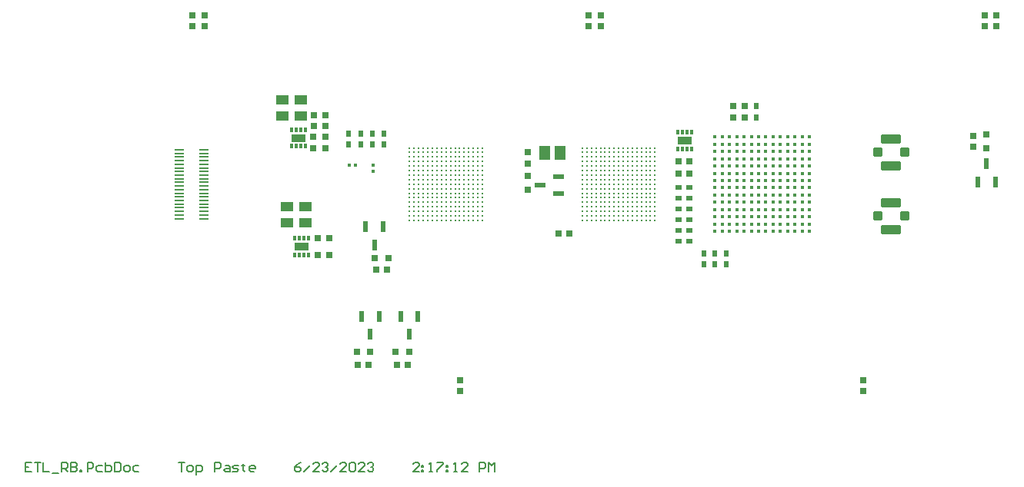
<source format=gtp>
G04*
G04 #@! TF.GenerationSoftware,Altium Limited,Altium Designer,23.6.0 (18)*
G04*
G04 Layer_Color=8421504*
%FSLAX43Y43*%
%MOMM*%
G71*
G04*
G04 #@! TF.SameCoordinates,9618B176-DC57-4C31-A2D1-5874A38502C8*
G04*
G04*
G04 #@! TF.FilePolarity,Positive*
G04*
G01*
G75*
%ADD11C,0.200*%
%ADD17R,0.600X1.250*%
G04:AMPARAMS|DCode=18|XSize=1mm|YSize=1mm|CornerRadius=0.125mm|HoleSize=0mm|Usage=FLASHONLY|Rotation=270.000|XOffset=0mm|YOffset=0mm|HoleType=Round|Shape=RoundedRectangle|*
%AMROUNDEDRECTD18*
21,1,1.000,0.750,0,0,270.0*
21,1,0.750,1.000,0,0,270.0*
1,1,0.250,-0.375,-0.375*
1,1,0.250,-0.375,0.375*
1,1,0.250,0.375,0.375*
1,1,0.250,0.375,-0.375*
%
%ADD18ROUNDEDRECTD18*%
G04:AMPARAMS|DCode=19|XSize=1.05mm|YSize=2.2mm|CornerRadius=0.131mm|HoleSize=0mm|Usage=FLASHONLY|Rotation=270.000|XOffset=0mm|YOffset=0mm|HoleType=Round|Shape=RoundedRectangle|*
%AMROUNDEDRECTD19*
21,1,1.050,1.938,0,0,270.0*
21,1,0.788,2.200,0,0,270.0*
1,1,0.263,-0.969,-0.394*
1,1,0.263,-0.969,0.394*
1,1,0.263,0.969,0.394*
1,1,0.263,0.969,-0.394*
%
%ADD19ROUNDEDRECTD19*%
%ADD20R,1.300X1.500*%
%ADD21R,0.800X0.600*%
%ADD22R,0.600X0.800*%
%ADD23R,0.700X0.800*%
%ADD24R,0.800X0.800*%
%ADD25C,0.400*%
%ADD26R,0.800X0.700*%
%ADD27R,1.120X0.200*%
%ADD28R,0.300X0.500*%
%ADD29R,1.600X0.900*%
%ADD30C,0.270*%
%ADD31R,1.350X1.100*%
%ADD32R,0.400X0.350*%
%ADD33R,0.800X0.800*%
%ADD34R,1.250X0.600*%
%ADD35R,0.350X0.400*%
D11*
X10366Y-30667D02*
X9700D01*
Y-31667D01*
X10366D01*
X9700Y-31167D02*
X10033D01*
X10700Y-30667D02*
X11366D01*
X11033D01*
Y-31667D01*
X11699Y-30667D02*
Y-31667D01*
X12366D01*
X12699Y-31833D02*
X13365D01*
X13699Y-31667D02*
Y-30667D01*
X14199D01*
X14365Y-30834D01*
Y-31167D01*
X14199Y-31334D01*
X13699D01*
X14032D02*
X14365Y-31667D01*
X14698Y-30667D02*
Y-31667D01*
X15198D01*
X15365Y-31500D01*
Y-31334D01*
X15198Y-31167D01*
X14698D01*
X15198D01*
X15365Y-31000D01*
Y-30834D01*
X15198Y-30667D01*
X14698D01*
X15698Y-31667D02*
Y-31500D01*
X15865D01*
Y-31667D01*
X15698D01*
X16531D02*
Y-30667D01*
X17031D01*
X17198Y-30834D01*
Y-31167D01*
X17031Y-31334D01*
X16531D01*
X18197Y-31000D02*
X17697D01*
X17531Y-31167D01*
Y-31500D01*
X17697Y-31667D01*
X18197D01*
X18530Y-30667D02*
Y-31667D01*
X19030D01*
X19197Y-31500D01*
Y-31334D01*
Y-31167D01*
X19030Y-31000D01*
X18530D01*
X19530Y-30667D02*
Y-31667D01*
X20030D01*
X20197Y-31500D01*
Y-30834D01*
X20030Y-30667D01*
X19530D01*
X20696Y-31667D02*
X21030D01*
X21196Y-31500D01*
Y-31167D01*
X21030Y-31000D01*
X20696D01*
X20530Y-31167D01*
Y-31500D01*
X20696Y-31667D01*
X22196Y-31000D02*
X21696D01*
X21530Y-31167D01*
Y-31500D01*
X21696Y-31667D01*
X22196D01*
X26528Y-30667D02*
X27194D01*
X26861D01*
Y-31667D01*
X27694D02*
X28027D01*
X28194Y-31500D01*
Y-31167D01*
X28027Y-31000D01*
X27694D01*
X27528Y-31167D01*
Y-31500D01*
X27694Y-31667D01*
X28527Y-32000D02*
Y-31000D01*
X29027D01*
X29194Y-31167D01*
Y-31500D01*
X29027Y-31667D01*
X28527D01*
X30527D02*
Y-30667D01*
X31026D01*
X31193Y-30834D01*
Y-31167D01*
X31026Y-31334D01*
X30527D01*
X31693Y-31000D02*
X32026D01*
X32193Y-31167D01*
Y-31667D01*
X31693D01*
X31526Y-31500D01*
X31693Y-31334D01*
X32193D01*
X32526Y-31667D02*
X33026D01*
X33192Y-31500D01*
X33026Y-31334D01*
X32693D01*
X32526Y-31167D01*
X32693Y-31000D01*
X33192D01*
X33692Y-30834D02*
Y-31000D01*
X33526D01*
X33859D01*
X33692D01*
Y-31500D01*
X33859Y-31667D01*
X34859D02*
X34525D01*
X34359Y-31500D01*
Y-31167D01*
X34525Y-31000D01*
X34859D01*
X35025Y-31167D01*
Y-31334D01*
X34359D01*
X40024Y-30667D02*
X39690Y-30834D01*
X39357Y-31167D01*
Y-31500D01*
X39524Y-31667D01*
X39857D01*
X40024Y-31500D01*
Y-31334D01*
X39857Y-31167D01*
X39357D01*
X40357Y-31667D02*
X41023Y-31000D01*
X42023Y-31667D02*
X41356D01*
X42023Y-31000D01*
Y-30834D01*
X41856Y-30667D01*
X41523D01*
X41356Y-30834D01*
X42356D02*
X42523Y-30667D01*
X42856D01*
X43023Y-30834D01*
Y-31000D01*
X42856Y-31167D01*
X42689D01*
X42856D01*
X43023Y-31334D01*
Y-31500D01*
X42856Y-31667D01*
X42523D01*
X42356Y-31500D01*
X43356Y-31667D02*
X44022Y-31000D01*
X45022Y-31667D02*
X44355D01*
X45022Y-31000D01*
Y-30834D01*
X44855Y-30667D01*
X44522D01*
X44355Y-30834D01*
X45355D02*
X45522Y-30667D01*
X45855D01*
X46022Y-30834D01*
Y-31500D01*
X45855Y-31667D01*
X45522D01*
X45355Y-31500D01*
Y-30834D01*
X47021Y-31667D02*
X46355D01*
X47021Y-31000D01*
Y-30834D01*
X46855Y-30667D01*
X46521D01*
X46355Y-30834D01*
X47355D02*
X47521Y-30667D01*
X47854D01*
X48021Y-30834D01*
Y-31000D01*
X47854Y-31167D01*
X47688D01*
X47854D01*
X48021Y-31334D01*
Y-31500D01*
X47854Y-31667D01*
X47521D01*
X47355Y-31500D01*
X53019Y-31667D02*
X52353D01*
X53019Y-31000D01*
Y-30834D01*
X52853Y-30667D01*
X52520D01*
X52353Y-30834D01*
X53353Y-31000D02*
X53519D01*
Y-31167D01*
X53353D01*
Y-31000D01*
Y-31500D02*
X53519D01*
Y-31667D01*
X53353D01*
Y-31500D01*
X54186Y-31667D02*
X54519D01*
X54352D01*
Y-30667D01*
X54186Y-30834D01*
X55019Y-30667D02*
X55685D01*
Y-30834D01*
X55019Y-31500D01*
Y-31667D01*
X56018Y-31000D02*
X56185D01*
Y-31167D01*
X56018D01*
Y-31000D01*
Y-31500D02*
X56185D01*
Y-31667D01*
X56018D01*
Y-31500D01*
X56851Y-31667D02*
X57185D01*
X57018D01*
Y-30667D01*
X56851Y-30834D01*
X58351Y-31667D02*
X57685D01*
X58351Y-31000D01*
Y-30834D01*
X58184Y-30667D01*
X57851D01*
X57685Y-30834D01*
X59684Y-31667D02*
Y-30667D01*
X60184D01*
X60350Y-30834D01*
Y-31167D01*
X60184Y-31334D01*
X59684D01*
X60684Y-31667D02*
Y-30667D01*
X61017Y-31000D01*
X61350Y-30667D01*
Y-31667D01*
D17*
X116450Y250D02*
D03*
X115500Y2250D02*
D03*
X114550Y250D02*
D03*
X47168Y-4700D02*
D03*
X49068D02*
D03*
X48118Y-6700D02*
D03*
X51950Y-16550D02*
D03*
X47675Y-16550D02*
D03*
X52900Y-14550D02*
D03*
X48625Y-14550D02*
D03*
X51000Y-14550D02*
D03*
X46725Y-14550D02*
D03*
D18*
X103500Y3500D02*
D03*
X106500D02*
D03*
X103500Y-3500D02*
D03*
X106500D02*
D03*
D19*
X105000Y2025D02*
D03*
Y4975D02*
D03*
Y-4975D02*
D03*
Y-2025D02*
D03*
D20*
X68566Y3429D02*
D03*
X66866D02*
D03*
D21*
X81600Y-1525D02*
D03*
X82800D02*
D03*
Y-5125D02*
D03*
X81600D02*
D03*
X82800Y-6325D02*
D03*
X81600D02*
D03*
X82800Y-3925D02*
D03*
X81600Y-325D02*
D03*
Y-2725D02*
D03*
X81600Y-3925D02*
D03*
X82800Y-325D02*
D03*
Y-2725D02*
D03*
D22*
X85600Y-8800D02*
D03*
Y-7600D02*
D03*
X86800D02*
D03*
Y-8800D02*
D03*
X90125Y8575D02*
D03*
X84400Y-8825D02*
D03*
Y-7625D02*
D03*
X90125Y7375D02*
D03*
X45300Y5600D02*
D03*
X46600D02*
D03*
X47900D02*
D03*
X49200D02*
D03*
X45300Y4400D02*
D03*
X46600D02*
D03*
X47900D02*
D03*
X49200D02*
D03*
D23*
X71700Y18600D02*
D03*
Y17400D02*
D03*
X73000Y18600D02*
D03*
Y17400D02*
D03*
X29400Y18600D02*
D03*
Y17400D02*
D03*
X28100Y18600D02*
D03*
Y17400D02*
D03*
X115300Y18600D02*
D03*
Y17400D02*
D03*
X116600Y18600D02*
D03*
Y17400D02*
D03*
X57545Y-22820D02*
D03*
Y-21620D02*
D03*
X101950Y-21625D02*
D03*
X114000Y5350D02*
D03*
X87575Y7375D02*
D03*
X88875D02*
D03*
X42700Y5200D02*
D03*
X41500Y7600D02*
D03*
Y6400D02*
D03*
X42700D02*
D03*
X64973Y2296D02*
D03*
X41400Y4000D02*
D03*
X42700Y4000D02*
D03*
X64973Y3496D02*
D03*
X87575Y8575D02*
D03*
X114000Y4150D02*
D03*
X41400Y5200D02*
D03*
X88875Y8575D02*
D03*
X42700Y7600D02*
D03*
X101950Y-22825D02*
D03*
D24*
X46175Y-18500D02*
D03*
X47675D02*
D03*
X51950D02*
D03*
X50450D02*
D03*
X48150Y-8175D02*
D03*
X49650D02*
D03*
D25*
X85600Y-2000D02*
D03*
X92000Y-5200D02*
D03*
X92800D02*
D03*
X93600D02*
D03*
X94400D02*
D03*
X95200D02*
D03*
X96000D02*
D03*
X92000Y-4400D02*
D03*
X92800D02*
D03*
X93600D02*
D03*
X94400D02*
D03*
X92000Y-3600D02*
D03*
X92800D02*
D03*
X93600D02*
D03*
X94400D02*
D03*
X96000Y-1200D02*
D03*
X94400Y-400D02*
D03*
X95200D02*
D03*
X96000D02*
D03*
X94400Y400D02*
D03*
X95200D02*
D03*
X96000D02*
D03*
X85600Y1200D02*
D03*
X94400D02*
D03*
X95200D02*
D03*
X96000D02*
D03*
X85600Y2000D02*
D03*
X86400D02*
D03*
X87200D02*
D03*
X94400D02*
D03*
X95200D02*
D03*
X96000D02*
D03*
X85600Y2800D02*
D03*
X86400D02*
D03*
X89600D02*
D03*
X90400D02*
D03*
X91200D02*
D03*
X94400D02*
D03*
X95200D02*
D03*
X85600Y3600D02*
D03*
X86400D02*
D03*
X87200D02*
D03*
X88000D02*
D03*
X88800D02*
D03*
X89600D02*
D03*
X90400D02*
D03*
X91200D02*
D03*
X92000D02*
D03*
X92800D02*
D03*
X93600D02*
D03*
X94400D02*
D03*
X95200D02*
D03*
X96000D02*
D03*
X85600Y4400D02*
D03*
X86400D02*
D03*
X87200D02*
D03*
X88000D02*
D03*
X88800D02*
D03*
X89600D02*
D03*
X90400D02*
D03*
X91200D02*
D03*
X92000D02*
D03*
X93600D02*
D03*
X94400D02*
D03*
X96000D02*
D03*
X85600Y5200D02*
D03*
X86400D02*
D03*
X87200D02*
D03*
X88000D02*
D03*
X88800D02*
D03*
X89600D02*
D03*
X90400D02*
D03*
X91200D02*
D03*
X92000D02*
D03*
X93600D02*
D03*
X94400D02*
D03*
X96000D02*
D03*
X89600Y400D02*
D03*
X88800D02*
D03*
X89600Y-400D02*
D03*
X88800D02*
D03*
X89600Y-1200D02*
D03*
X88800D02*
D03*
X89600Y-2000D02*
D03*
X88800D02*
D03*
X89600Y-2800D02*
D03*
X88800D02*
D03*
X88000Y-3600D02*
D03*
X92000Y-400D02*
D03*
X91200D02*
D03*
X90400D02*
D03*
X93600Y-1200D02*
D03*
X92800D02*
D03*
X92000D02*
D03*
X91200D02*
D03*
X90400D02*
D03*
X93600Y-2000D02*
D03*
X92800D02*
D03*
X92000D02*
D03*
X91200D02*
D03*
X90400D02*
D03*
X93600Y-2800D02*
D03*
X92800D02*
D03*
X92000D02*
D03*
X91200D02*
D03*
X90400D02*
D03*
X87200Y-5200D02*
D03*
X93600Y2800D02*
D03*
X92800D02*
D03*
X92000D02*
D03*
X88800D02*
D03*
X88000D02*
D03*
X93600Y2000D02*
D03*
X92800D02*
D03*
X92000D02*
D03*
X91200D02*
D03*
X90400D02*
D03*
X89600D02*
D03*
X88800D02*
D03*
X88000D02*
D03*
X93600Y1200D02*
D03*
X92800D02*
D03*
X92000D02*
D03*
X91200D02*
D03*
X90400D02*
D03*
X89600D02*
D03*
X88800D02*
D03*
X88000D02*
D03*
X93600Y400D02*
D03*
X92800D02*
D03*
X92000D02*
D03*
X91200D02*
D03*
X90400D02*
D03*
X88000D02*
D03*
X93600Y-400D02*
D03*
X92800D02*
D03*
X88000D02*
D03*
Y-1200D02*
D03*
Y-2000D02*
D03*
Y-2800D02*
D03*
X91200Y-3600D02*
D03*
X90400D02*
D03*
X89600D02*
D03*
X88800D02*
D03*
X91200Y-4400D02*
D03*
X90400D02*
D03*
X87200D02*
D03*
X91200Y-5200D02*
D03*
X90400D02*
D03*
X88000Y-4400D02*
D03*
Y-5200D02*
D03*
X88800Y-4400D02*
D03*
X89600D02*
D03*
X88800Y-5200D02*
D03*
X89600D02*
D03*
X96000Y-2000D02*
D03*
X95200Y-2800D02*
D03*
Y-4400D02*
D03*
Y4400D02*
D03*
X92800D02*
D03*
X95200Y5200D02*
D03*
X92800D02*
D03*
X96000Y-4400D02*
D03*
X87200Y2800D02*
D03*
X86400Y-5200D02*
D03*
X85600D02*
D03*
X86400Y-4400D02*
D03*
X85600D02*
D03*
X87200Y-3600D02*
D03*
X86400D02*
D03*
X85600D02*
D03*
X87200Y-2800D02*
D03*
X86400D02*
D03*
X85600D02*
D03*
X87200Y-2000D02*
D03*
X86400D02*
D03*
X87200Y-1200D02*
D03*
X86400D02*
D03*
X85600D02*
D03*
X87200Y-400D02*
D03*
X86400D02*
D03*
X85600D02*
D03*
X87200Y400D02*
D03*
X86400D02*
D03*
X85600D02*
D03*
X87200Y1200D02*
D03*
X86400D02*
D03*
X95200Y-3600D02*
D03*
X96000D02*
D03*
X94400Y-2800D02*
D03*
X96000D02*
D03*
X94400Y-2000D02*
D03*
X95200D02*
D03*
X94400Y-1200D02*
D03*
X95200D02*
D03*
X96000Y2800D02*
D03*
D26*
X68350Y-5475D02*
D03*
X69550D02*
D03*
X50581Y-19939D02*
D03*
X46263D02*
D03*
X41925Y-5975D02*
D03*
X49500Y-9400D02*
D03*
X41925Y-7775D02*
D03*
X81600Y2500D02*
D03*
X81600Y1200D02*
D03*
X48300Y-9400D02*
D03*
X51781Y-19939D02*
D03*
X47463D02*
D03*
X82800Y1200D02*
D03*
X43125Y-7775D02*
D03*
Y-5975D02*
D03*
X82800Y2500D02*
D03*
D27*
X26670Y-3800D02*
D03*
Y-200D02*
D03*
Y200D02*
D03*
X29330Y1000D02*
D03*
X26670D02*
D03*
X29330Y1400D02*
D03*
X26670D02*
D03*
X29330Y2200D02*
D03*
Y2600D02*
D03*
X26670Y3800D02*
D03*
Y3400D02*
D03*
X29330Y-3400D02*
D03*
Y-3800D02*
D03*
Y3800D02*
D03*
Y3400D02*
D03*
X26670Y3000D02*
D03*
X29330D02*
D03*
X26670Y2600D02*
D03*
Y1800D02*
D03*
X29330D02*
D03*
X26670Y600D02*
D03*
X29330D02*
D03*
X26670Y-600D02*
D03*
X29330D02*
D03*
X26670Y-1800D02*
D03*
X29330D02*
D03*
X26670Y-3000D02*
D03*
X29330D02*
D03*
X26670Y-1000D02*
D03*
Y-1400D02*
D03*
Y-2200D02*
D03*
Y-2600D02*
D03*
Y2200D02*
D03*
X29330Y-1000D02*
D03*
Y-1400D02*
D03*
Y-2200D02*
D03*
Y-2600D02*
D03*
Y-200D02*
D03*
Y200D02*
D03*
X26670Y-3400D02*
D03*
D28*
X40325Y-7775D02*
D03*
X39825D02*
D03*
X40325Y-5975D02*
D03*
X39325Y-7775D02*
D03*
X40825D02*
D03*
Y-5975D02*
D03*
X39825D02*
D03*
X39325D02*
D03*
X39000Y6000D02*
D03*
X39500D02*
D03*
X40500D02*
D03*
Y4200D02*
D03*
X81500Y3900D02*
D03*
Y5700D02*
D03*
X39000Y4200D02*
D03*
X83000Y5700D02*
D03*
X40000Y6000D02*
D03*
X82000Y3900D02*
D03*
X83000D02*
D03*
X82500D02*
D03*
Y5700D02*
D03*
X82000D02*
D03*
X39500Y4200D02*
D03*
X40000D02*
D03*
D29*
X40075Y-6875D02*
D03*
X39750Y5100D02*
D03*
X82250Y4800D02*
D03*
D30*
X75500Y-500D02*
D03*
Y0D02*
D03*
X72500Y-1000D02*
D03*
Y-500D02*
D03*
Y0D02*
D03*
Y500D02*
D03*
X71500Y2500D02*
D03*
X79000Y-4000D02*
D03*
X78500D02*
D03*
X78000D02*
D03*
X77500D02*
D03*
X76500D02*
D03*
X75500D02*
D03*
X75000D02*
D03*
X74500D02*
D03*
X73500D02*
D03*
X72500D02*
D03*
X71000D02*
D03*
X79000Y-3500D02*
D03*
X78500D02*
D03*
X78000D02*
D03*
X77500D02*
D03*
X76500D02*
D03*
X75500D02*
D03*
X75000D02*
D03*
X74500D02*
D03*
X73500D02*
D03*
X72500D02*
D03*
X71500D02*
D03*
X71000D02*
D03*
X79000Y-3000D02*
D03*
X78500D02*
D03*
X78000D02*
D03*
X77500D02*
D03*
X77000D02*
D03*
X76500D02*
D03*
X76000D02*
D03*
X75500D02*
D03*
X75000D02*
D03*
X74500D02*
D03*
X74000D02*
D03*
X73500D02*
D03*
X73000D02*
D03*
X72500D02*
D03*
X72000D02*
D03*
X78000Y-2500D02*
D03*
X77500D02*
D03*
X77000D02*
D03*
X76500D02*
D03*
X76000D02*
D03*
X75500D02*
D03*
X75000D02*
D03*
X74500D02*
D03*
X74000D02*
D03*
X73500D02*
D03*
X73000D02*
D03*
X72500D02*
D03*
X79000Y-2000D02*
D03*
X78500D02*
D03*
X78000D02*
D03*
X77500D02*
D03*
X77000D02*
D03*
X76500D02*
D03*
X76000D02*
D03*
X75500D02*
D03*
X75000D02*
D03*
X74500D02*
D03*
X74000D02*
D03*
X73500D02*
D03*
X73000D02*
D03*
X72500D02*
D03*
X78000Y-1500D02*
D03*
X77500D02*
D03*
X76000D02*
D03*
X75500D02*
D03*
X75000D02*
D03*
X74500D02*
D03*
X74000D02*
D03*
X73500D02*
D03*
X73000D02*
D03*
X72500D02*
D03*
X71000D02*
D03*
X79000Y-1000D02*
D03*
X78500D02*
D03*
X78000D02*
D03*
X77500D02*
D03*
X75000D02*
D03*
X74500D02*
D03*
X74000D02*
D03*
X73500D02*
D03*
X73000D02*
D03*
X71000D02*
D03*
X79000Y-500D02*
D03*
X78500D02*
D03*
X78000D02*
D03*
X77500D02*
D03*
X79000Y0D02*
D03*
X78500D02*
D03*
X78000D02*
D03*
X77500D02*
D03*
X78000Y500D02*
D03*
X77500D02*
D03*
X79000Y1000D02*
D03*
X78500D02*
D03*
X78000D02*
D03*
X77500D02*
D03*
X78000Y1500D02*
D03*
X77500D02*
D03*
X77000D02*
D03*
X76500D02*
D03*
X76000D02*
D03*
X75500D02*
D03*
X74000D02*
D03*
X73500D02*
D03*
X73000D02*
D03*
X79000Y2000D02*
D03*
X78500D02*
D03*
X78000D02*
D03*
X77500D02*
D03*
X77000D02*
D03*
X76500D02*
D03*
X76000D02*
D03*
X75500D02*
D03*
X74000D02*
D03*
X73500D02*
D03*
X73000D02*
D03*
X71000D02*
D03*
X79000Y2500D02*
D03*
X78500D02*
D03*
X78000D02*
D03*
X77500D02*
D03*
X77000D02*
D03*
X76500D02*
D03*
X76000D02*
D03*
X75500D02*
D03*
X75000D02*
D03*
X74500D02*
D03*
X74000D02*
D03*
X73500D02*
D03*
X73000D02*
D03*
X72500D02*
D03*
X71000D02*
D03*
X79000Y3000D02*
D03*
X78500D02*
D03*
X78000D02*
D03*
X77500D02*
D03*
X77000D02*
D03*
X76500D02*
D03*
X76000D02*
D03*
X75500D02*
D03*
X75000D02*
D03*
X74500D02*
D03*
X74000D02*
D03*
X73500D02*
D03*
X73000D02*
D03*
X72500D02*
D03*
X72000D02*
D03*
X71500D02*
D03*
X71000D02*
D03*
X79000Y3500D02*
D03*
X78500D02*
D03*
X78000D02*
D03*
X77000D02*
D03*
X76000D02*
D03*
X75000D02*
D03*
X74000D02*
D03*
X73500D02*
D03*
X73000D02*
D03*
X72500D02*
D03*
X72000D02*
D03*
X79000Y4000D02*
D03*
X78500D02*
D03*
X78000D02*
D03*
X77000D02*
D03*
X76000D02*
D03*
X75000D02*
D03*
X74000D02*
D03*
X73500D02*
D03*
X73000D02*
D03*
X72500D02*
D03*
X72000D02*
D03*
Y2500D02*
D03*
X71500Y2000D02*
D03*
X73000Y1000D02*
D03*
X71500Y-2500D02*
D03*
X72000Y-3500D02*
D03*
Y2000D02*
D03*
Y1500D02*
D03*
Y1000D02*
D03*
Y500D02*
D03*
Y0D02*
D03*
Y-500D02*
D03*
Y-1000D02*
D03*
Y-1500D02*
D03*
Y-2000D02*
D03*
X72500Y2000D02*
D03*
X73000Y0D02*
D03*
X73500D02*
D03*
Y-500D02*
D03*
X74000Y0D02*
D03*
Y-500D02*
D03*
X74500Y0D02*
D03*
Y-500D02*
D03*
X75000Y0D02*
D03*
Y-500D02*
D03*
X75500Y-1000D02*
D03*
X76000Y0D02*
D03*
Y-500D02*
D03*
Y-1000D02*
D03*
X76500Y-500D02*
D03*
Y-1000D02*
D03*
Y-1500D02*
D03*
X77000Y-500D02*
D03*
Y-1000D02*
D03*
Y-1500D02*
D03*
X74500Y2000D02*
D03*
X75000D02*
D03*
X74500Y1500D02*
D03*
X75000D02*
D03*
X73000Y-500D02*
D03*
X71000Y1500D02*
D03*
Y0D02*
D03*
Y-500D02*
D03*
Y-2000D02*
D03*
X71500Y1500D02*
D03*
Y1000D02*
D03*
Y500D02*
D03*
Y0D02*
D03*
Y-500D02*
D03*
Y-1000D02*
D03*
Y-1500D02*
D03*
Y-2000D02*
D03*
X72500Y1500D02*
D03*
Y1000D02*
D03*
X73000Y500D02*
D03*
X73500Y1000D02*
D03*
Y500D02*
D03*
X74000Y1000D02*
D03*
Y500D02*
D03*
X74500Y1000D02*
D03*
Y500D02*
D03*
X75000Y1000D02*
D03*
Y500D02*
D03*
X75500Y1000D02*
D03*
Y500D02*
D03*
X76000Y1000D02*
D03*
Y500D02*
D03*
X76500Y1000D02*
D03*
Y500D02*
D03*
Y0D02*
D03*
X77000Y1000D02*
D03*
Y500D02*
D03*
Y0D02*
D03*
X71500Y-4000D02*
D03*
X72000D02*
D03*
Y-2500D02*
D03*
X71000Y500D02*
D03*
Y1000D02*
D03*
Y-2500D02*
D03*
Y-3000D02*
D03*
X73000Y-4000D02*
D03*
Y-3500D02*
D03*
X76000Y-4000D02*
D03*
Y-3500D02*
D03*
X79000Y-2500D02*
D03*
X78500D02*
D03*
X79000Y500D02*
D03*
X78500D02*
D03*
X77500Y4000D02*
D03*
Y3500D02*
D03*
X75500Y4000D02*
D03*
Y3500D02*
D03*
X74000Y-4000D02*
D03*
Y-3500D02*
D03*
X77000Y-4000D02*
D03*
Y-3500D02*
D03*
X79000Y-1500D02*
D03*
X78500D02*
D03*
X79000Y1500D02*
D03*
X78500D02*
D03*
X76500Y4000D02*
D03*
Y3500D02*
D03*
X74500Y4000D02*
D03*
Y3500D02*
D03*
X71500Y-3000D02*
D03*
Y4000D02*
D03*
X71000D02*
D03*
X71500Y3500D02*
D03*
X71000D02*
D03*
X55500Y4000D02*
D03*
X57000Y-2000D02*
D03*
X52000Y2500D02*
D03*
X58500D02*
D03*
X59000D02*
D03*
X56000D02*
D03*
X57000Y-1500D02*
D03*
X57500Y-2000D02*
D03*
X52500Y-3000D02*
D03*
X53000Y3000D02*
D03*
X52500Y-4000D02*
D03*
X56000Y3000D02*
D03*
X57000Y2500D02*
D03*
Y3000D02*
D03*
X55000Y-2500D02*
D03*
Y-3000D02*
D03*
X53500Y2500D02*
D03*
Y3000D02*
D03*
X54000Y2500D02*
D03*
Y3000D02*
D03*
X59000Y3500D02*
D03*
Y4000D02*
D03*
X58500Y3000D02*
D03*
X59000D02*
D03*
X59500Y4000D02*
D03*
X60000D02*
D03*
X59500Y3500D02*
D03*
X60000D02*
D03*
X55500D02*
D03*
X57500D02*
D03*
Y4000D02*
D03*
X59500Y1500D02*
D03*
X60000D02*
D03*
X59500Y-1500D02*
D03*
X60000D02*
D03*
X58000Y-3500D02*
D03*
Y-4000D02*
D03*
X55000Y-3500D02*
D03*
Y-4000D02*
D03*
X52500Y2500D02*
D03*
X59500Y-500D02*
D03*
X60000D02*
D03*
Y-4000D02*
D03*
X59500D02*
D03*
X60000Y-3500D02*
D03*
X59500D02*
D03*
X60000Y-3000D02*
D03*
X59500D02*
D03*
X53000Y-2500D02*
D03*
X52000Y-1500D02*
D03*
Y-1000D02*
D03*
Y500D02*
D03*
Y1000D02*
D03*
X52500Y4000D02*
D03*
X54000Y1500D02*
D03*
Y2000D02*
D03*
X54500Y1500D02*
D03*
Y2000D02*
D03*
X55500Y-1500D02*
D03*
X54500Y-1000D02*
D03*
X53000Y-4000D02*
D03*
X55500Y2000D02*
D03*
Y1500D02*
D03*
X52000D02*
D03*
Y0D02*
D03*
Y-500D02*
D03*
Y-2000D02*
D03*
X52500Y1500D02*
D03*
Y1000D02*
D03*
Y500D02*
D03*
Y0D02*
D03*
Y-500D02*
D03*
Y-1000D02*
D03*
Y-1500D02*
D03*
Y-2000D02*
D03*
X53500Y1500D02*
D03*
Y1000D02*
D03*
X54000Y500D02*
D03*
X54500Y1000D02*
D03*
Y500D02*
D03*
X55000Y1000D02*
D03*
Y500D02*
D03*
X55500Y1000D02*
D03*
Y500D02*
D03*
X56000Y1000D02*
D03*
Y500D02*
D03*
X56500Y1000D02*
D03*
Y500D02*
D03*
X57000Y1000D02*
D03*
Y500D02*
D03*
X57500Y1000D02*
D03*
Y500D02*
D03*
Y0D02*
D03*
X58000Y1000D02*
D03*
Y500D02*
D03*
Y0D02*
D03*
Y-2000D02*
D03*
Y2500D02*
D03*
Y3000D02*
D03*
X56000Y-2500D02*
D03*
Y-3000D02*
D03*
X54000Y-2500D02*
D03*
Y-3000D02*
D03*
X56500Y3500D02*
D03*
Y4000D02*
D03*
X58500Y3500D02*
D03*
Y4000D02*
D03*
X59500Y500D02*
D03*
X60000D02*
D03*
X59500Y-2500D02*
D03*
X60000D02*
D03*
X57000Y-3500D02*
D03*
Y-4000D02*
D03*
X54000Y-3500D02*
D03*
Y-4000D02*
D03*
X58500Y-2500D02*
D03*
Y-3000D02*
D03*
X58000Y-2500D02*
D03*
Y-3000D02*
D03*
X56500Y-3500D02*
D03*
Y-4000D02*
D03*
X56000Y-3500D02*
D03*
Y-4000D02*
D03*
X53500Y-2500D02*
D03*
Y-3000D02*
D03*
Y-3500D02*
D03*
Y-4000D02*
D03*
X52000Y3000D02*
D03*
Y3500D02*
D03*
Y4000D02*
D03*
X52500Y3500D02*
D03*
X53000Y2500D02*
D03*
X52000Y2000D02*
D03*
X56000D02*
D03*
Y1500D02*
D03*
X54000Y1000D02*
D03*
Y-500D02*
D03*
X52500Y-2500D02*
D03*
X53000Y-3500D02*
D03*
Y2000D02*
D03*
Y1500D02*
D03*
Y1000D02*
D03*
Y500D02*
D03*
Y0D02*
D03*
Y-500D02*
D03*
Y-1000D02*
D03*
Y-1500D02*
D03*
Y-2000D02*
D03*
X53500Y2000D02*
D03*
X54000Y0D02*
D03*
X54500D02*
D03*
Y-500D02*
D03*
X55000Y0D02*
D03*
Y-500D02*
D03*
X55500Y0D02*
D03*
Y-500D02*
D03*
X56000Y0D02*
D03*
Y-500D02*
D03*
X56500Y-1000D02*
D03*
X57000Y0D02*
D03*
Y-500D02*
D03*
Y-1000D02*
D03*
X57500Y-500D02*
D03*
Y-1000D02*
D03*
Y-1500D02*
D03*
X58000Y-500D02*
D03*
Y-1000D02*
D03*
Y-1500D02*
D03*
X56500Y-500D02*
D03*
Y0D02*
D03*
X53500Y-1000D02*
D03*
Y-500D02*
D03*
Y0D02*
D03*
Y500D02*
D03*
X59000Y-4000D02*
D03*
X58500D02*
D03*
X57500D02*
D03*
X55500D02*
D03*
X54500D02*
D03*
X52000D02*
D03*
X59000Y-3500D02*
D03*
X58500D02*
D03*
X57500D02*
D03*
X55500D02*
D03*
X54500D02*
D03*
X52500D02*
D03*
X52000D02*
D03*
X59000Y-3000D02*
D03*
X57500D02*
D03*
X57000D02*
D03*
X56500D02*
D03*
X55500D02*
D03*
X54500D02*
D03*
X53000D02*
D03*
X52000D02*
D03*
X59000Y-2500D02*
D03*
X57500D02*
D03*
X57000D02*
D03*
X56500D02*
D03*
X55500D02*
D03*
X54500D02*
D03*
X52000D02*
D03*
X60000Y-2000D02*
D03*
X59500D02*
D03*
X59000D02*
D03*
X58500D02*
D03*
X56500D02*
D03*
X56000D02*
D03*
X55500D02*
D03*
X55000D02*
D03*
X54500D02*
D03*
X54000D02*
D03*
X53500D02*
D03*
X59000Y-1500D02*
D03*
X58500D02*
D03*
X56500D02*
D03*
X56000D02*
D03*
X55000D02*
D03*
X54500D02*
D03*
X54000D02*
D03*
X53500D02*
D03*
X60000Y-1000D02*
D03*
X59500D02*
D03*
X59000D02*
D03*
X58500D02*
D03*
X56000D02*
D03*
X55500D02*
D03*
X55000D02*
D03*
X54000D02*
D03*
X59000Y-500D02*
D03*
X58500D02*
D03*
X60000Y0D02*
D03*
X59500D02*
D03*
X59000D02*
D03*
X58500D02*
D03*
X59000Y500D02*
D03*
X58500D02*
D03*
X60000Y1000D02*
D03*
X59500D02*
D03*
X59000D02*
D03*
X58500D02*
D03*
X59000Y1500D02*
D03*
X58500D02*
D03*
X58000D02*
D03*
X57500D02*
D03*
X57000D02*
D03*
X56500D02*
D03*
X55000D02*
D03*
X60000Y2000D02*
D03*
X59500D02*
D03*
X59000D02*
D03*
X58500D02*
D03*
X58000D02*
D03*
X57500D02*
D03*
X57000D02*
D03*
X56500D02*
D03*
X55000D02*
D03*
X52500D02*
D03*
X60000Y2500D02*
D03*
X59500D02*
D03*
X57500D02*
D03*
X56500D02*
D03*
X55500D02*
D03*
X55000D02*
D03*
X54500D02*
D03*
X60000Y3000D02*
D03*
X59500D02*
D03*
X57500D02*
D03*
X56500D02*
D03*
X55500D02*
D03*
X55000D02*
D03*
X54500D02*
D03*
X52500D02*
D03*
X58000Y3500D02*
D03*
X57000D02*
D03*
X56000D02*
D03*
X55000D02*
D03*
X54500D02*
D03*
X54000D02*
D03*
X53500D02*
D03*
X53000D02*
D03*
X58000Y4000D02*
D03*
X57000D02*
D03*
X56000D02*
D03*
X55000D02*
D03*
X54500D02*
D03*
X54000D02*
D03*
X53500D02*
D03*
X53000D02*
D03*
D31*
X40500Y-2475D02*
D03*
Y-4225D02*
D03*
X38500D02*
D03*
X38000Y7507D02*
D03*
X40000D02*
D03*
X38000Y9257D02*
D03*
X40000D02*
D03*
X38500Y-2475D02*
D03*
D32*
X47950Y1450D02*
D03*
Y2100D02*
D03*
D33*
X115500Y4000D02*
D03*
Y5500D02*
D03*
X64973Y-580D02*
D03*
Y920D02*
D03*
D34*
X68350Y-1050D02*
D03*
X66350Y-100D02*
D03*
X68350Y850D02*
D03*
D35*
X45350Y2100D02*
D03*
X46000D02*
D03*
M02*

</source>
